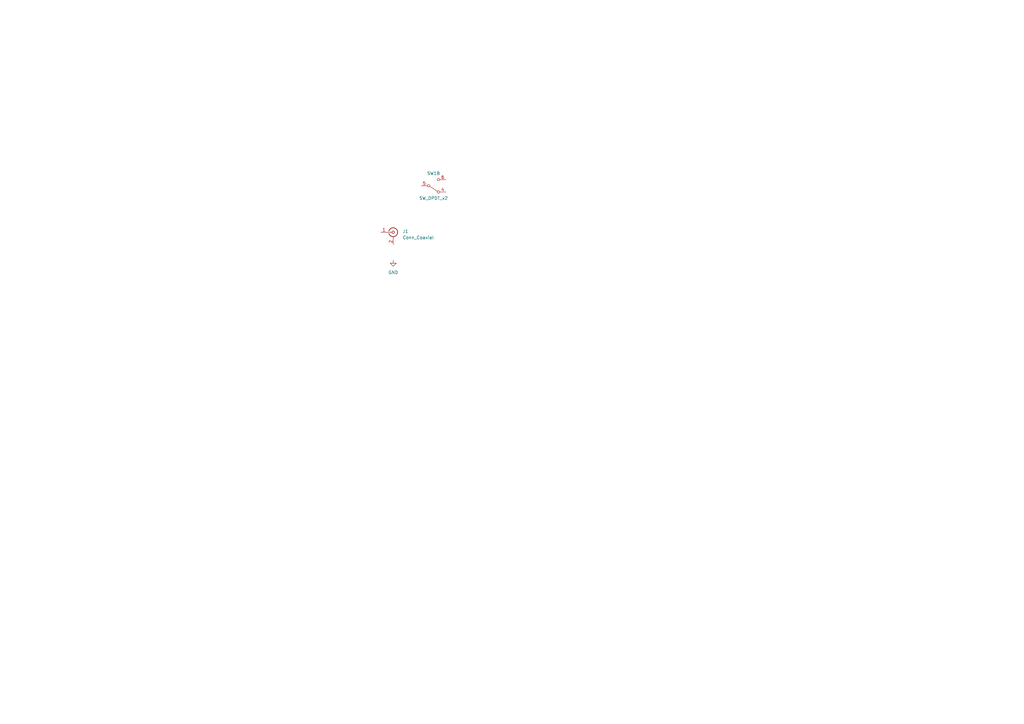
<source format=kicad_sch>
(kicad_sch (version 20230121) (generator eeschema)
  (paper "A3")
  (lib_symbols
    (symbol "Connector:Conn_Coaxial" (pin_names (offset 1.016) hide)
      (property "Reference" "J" (at 0.254 3.048 0))
      (property "Value" "Conn_Coaxial" (at 2.921 0 90))
      (symbol "Conn_Coaxial_0_1"
        (arc (start -1.778 -0.508) (mid 0.2311 -1.8066) (end 1.778 0) (stroke (width 0.254)))
        (polyline (pts (xy -2.54 0) (xy -0.508 0)))
        (polyline (pts (xy 0 -2.54) (xy 0 -1.778)))
        (circle (center 0 0) (radius 0.508) (stroke (width 0.2032)))
        (arc (start 1.778 0) (mid 0.2099 1.8101) (end -1.778 0.508) (stroke (width 0.254)))
      )
      (symbol "Conn_Coaxial_1_1"
        (pin passive line (at -5.08 0 0) (length 2.54) (name "In") (number "1"))
        (pin passive line (at 0 -5.08 90) (length 2.54) (name "Ext") (number "2"))
      )
    )
    (symbol "Switch:SW_DPDT_x2" (pin_names (offset 0) hide)
      (property "Reference" "SW" (at 0 4.318 0))
      (property "Value" "SW_DPDT_x2" (at 0 -5.08 0))
      (symbol "SW_DPDT_x2_0_0"
        (circle (center -2.032 0) (radius 0.508))
        (circle (center 2.032 -2.54) (radius 0.508))
      )
      (symbol "SW_DPDT_x2_0_1"
        (polyline (pts (xy -1.524 0.254) (xy 1.651 2.286)))
        (circle (center 2.032 2.54) (radius 0.508))
      )
      (symbol "SW_DPDT_x2_1_1"
        (pin passive line (at 5.08 2.54 180) (length 2.54) (name "A") (number "1"))
        (pin passive line (at -5.08 0 0) (length 2.54) (name "B") (number "2"))
        (pin passive line (at 5.08 -2.54 180) (length 2.54) (name "C") (number "3"))
      )
      (symbol "SW_DPDT_x2_2_1"
        (pin passive line (at 5.08 2.54 180) (length 2.54) (name "A") (number "4"))
        (pin passive line (at -5.08 0 0) (length 2.54) (name "B") (number "5"))
        (pin passive line (at 5.08 -2.54 180) (length 2.54) (name "C") (number "6"))
      )
    )
    (symbol "power:GND" (power) (pin_names (offset 0))
      (property "Value" "GND" (at 0 -3.81 0))
      (symbol "GND_0_1"
        (polyline (pts (xy 0 0) (xy 0 -1.27) (xy 1.27 -1.27) (xy 0 -2.54) (xy -1.27 -1.27) (xy 0 -1.27)))
      )
      (symbol "GND_1_1"
        (pin power_in line (at 0 0 270) (length 0) hide (name "GND") (number "1"))
      )
    )
  )
  (symbol (lib_id "Connector:Conn_Coaxial") (at 161.29 95.25 0) (unit 1)
    (property "Reference" "J1" (at 165.1 94.9082 0) (effects (justify left)))
    (property "Value" "Conn_Coaxial" (at 165.1 97.4482 0) (effects (justify left)))
    (property "Datasheet" " ~" (effects hide))
    (instances (project "LB6ZH Sequencer" (path "" (reference "J1") (unit 1)) (path "" (reference "J1") (unit 1)) (path "" (reference "J12") (unit 1))))
  )
  (symbol (lib_id "power:GND") (at 161.29 106.68 0) (unit 1)
    (property "Reference" "#PWR03" (effects hide))
    (property "Value" "GND" (at 161.29 111.76 0))
    (instances (project "LB6ZH Sequencer" (path "" (reference "#PWR03") (unit 1)) (path "" (reference "#PWR03") (unit 1)) (path "" (reference "#PWR029") (unit 1))))
  )
  (symbol (lib_id "Switch:SW_DPDT_x2") (at 177.8 76.2 0) (mirror x) (unit 2)
    (property "Reference" "SW1" (at 177.8 71.12 0))
    (property "Value" "SW_DPDT_x2" (at 177.8 81.28 0))
    (instances (project "LB6ZH Sequencer" (path "" (reference "SW1") (unit 2)) (path "" (reference "SW1") (unit 2)) (path "" (reference "SW2") (unit 2))))
  )
)
</source>
